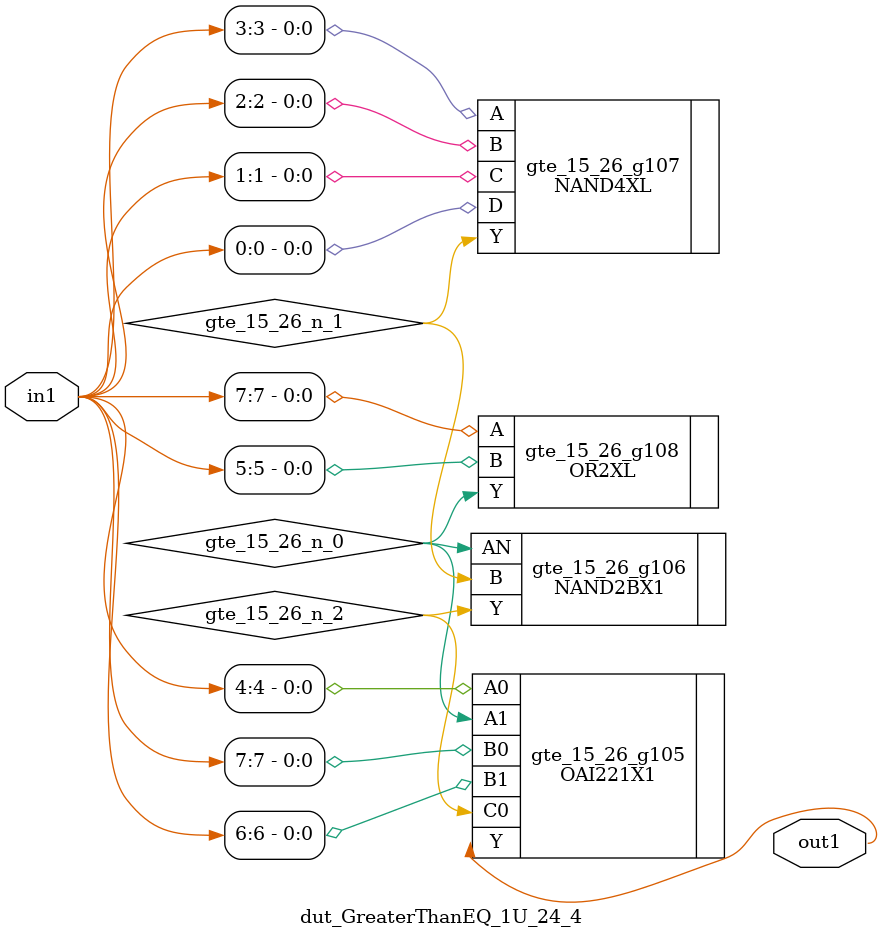
<source format=v>
`timescale 1ps / 1ps


module dut_GreaterThanEQ_1U_24_4(in1, out1);
  input [7:0] in1;
  output out1;
  wire [7:0] in1;
  wire out1;
  wire gte_15_26_n_0, gte_15_26_n_1, gte_15_26_n_2;
  OAI221X1 gte_15_26_g105(.A0 (in1[4]), .A1 (gte_15_26_n_0), .B0
       (in1[7]), .B1 (in1[6]), .C0 (gte_15_26_n_2), .Y (out1));
  NAND2BX1 gte_15_26_g106(.AN (gte_15_26_n_0), .B (gte_15_26_n_1), .Y
       (gte_15_26_n_2));
  NAND4XL gte_15_26_g107(.A (in1[3]), .B (in1[2]), .C (in1[1]), .D
       (in1[0]), .Y (gte_15_26_n_1));
  OR2XL gte_15_26_g108(.A (in1[7]), .B (in1[5]), .Y (gte_15_26_n_0));
endmodule



</source>
